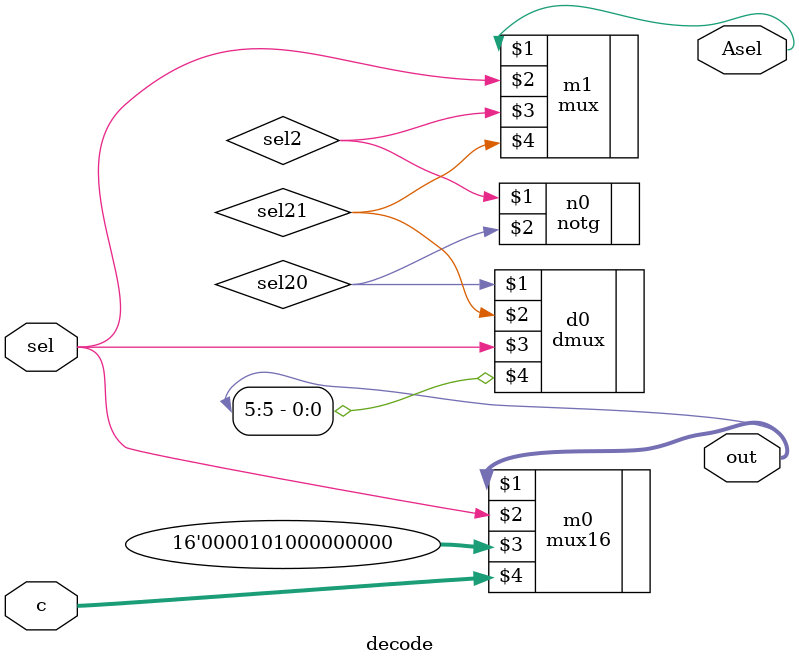
<source format=v>
`timescale 1ns / 1ps


module decode(out,Asel,sel,c);
input [15:0]  c;
input sel;

output [15:0] out;
output Asel;


wire inst5,sel20,sel21,sel2;


mux16 m0(out, sel, 16'b0000101000000000, c);
dmux d0(sel20,sel21,sel,out[5]);
notg n0(sel2,sel20);
mux m1(Asel,sel,sel2,sel21);



endmodule

</source>
